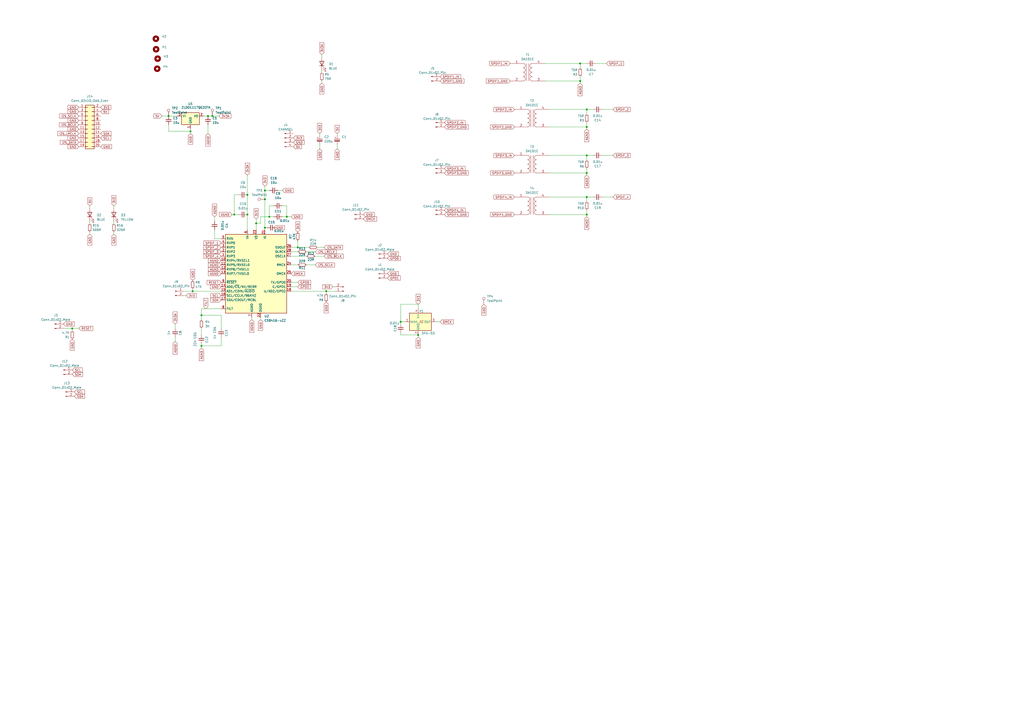
<source format=kicad_sch>
(kicad_sch (version 20231120) (generator "eeschema") (generator_version "8.0")
  (paper "A2")
  (lib_symbols
    (symbol "Audio:CS8416-xZZ"
      (property "Reference" "U" (at 12.7 26.67 0))
      (property "Value" "CS8416-xZZ" (at 12.7 24.13 0))
      (symbol "CS8416-xZZ_1_1"
        (pin input line (at -20.32 10.16 0) (length 2.54) (name "RXP3") (number "1"))
        (pin input line (at -20.32 7.62 0) (length 2.54) (name "RXP4/RXSEL1") (number "10"))
        (pin input line (at -20.32 5.08 0) (length 2.54) (name "RXP5/RXSEL0") (number "11"))
        (pin input line (at -20.32 2.54 0) (length 2.54) (name "RXP6/TXSEL1") (number "12"))
        (pin input line (at -20.32 0 0) (length 2.54) (name "RXP7/TXSEL0") (number "13"))
        (pin input line (at -20.32 -7.62 0) (length 2.54) (name "AD0/~{CS}/NV/RERR") (number "14"))
        (pin input line (at -20.32 -10.16 0) (length 2.54) (name "AD1/CDIN/~{AUDIO}") (number "15"))
        (pin input line (at -20.32 -12.7 0) (length 2.54) (name "SCL/CCLK/96KHZ") (number "16"))
        (pin bidirectional line (at -20.32 -15.24 0) (length 2.54) (name "SDA/CDOUT/RCBL") (number "17"))
        (pin output line (at 20.32 -10.16 180) (length 2.54) (name "U/AD2/GPO2") (number "18"))
        (pin output line (at 20.32 -7.62 180) (length 2.54) (name "C/GPO1") (number "19"))
        (pin input line (at -20.32 12.7 0) (length 2.54) (name "RXP2") (number "2"))
        (pin output line (at 20.32 -5.08 180) (length 2.54) (name "TX/GPO0") (number "20"))
        (pin power_in line (at 5.08 25.4 270) (length 2.54) (name "VL") (number "21"))
        (pin power_in line (at 2.54 -25.4 90) (length 2.54) (name "DGND") (number "22"))
        (pin power_in line (at 0 25.4 270) (length 2.54) (name "VD") (number "23"))
        (pin output line (at 20.32 5.08 180) (length 2.54) (name "RMCK") (number "24"))
        (pin input line (at 20.32 0 180) (length 2.54) (name "OMCK") (number "25"))
        (pin output line (at 20.32 15.24 180) (length 2.54) (name "SDOUT") (number "26"))
        (pin bidirectional line (at 20.32 10.16 180) (length 2.54) (name "OSCLK") (number "27"))
        (pin bidirectional line (at 20.32 12.7 180) (length 2.54) (name "OLRCK") (number "28"))
        (pin input line (at -20.32 15.24 0) (length 2.54) (name "RXP1") (number "3"))
        (pin input line (at -20.32 17.78 0) (length 2.54) (name "RXP0") (number "4"))
        (pin input line (at -20.32 20.32 0) (length 2.54) (name "RXN") (number "5"))
        (pin power_in line (at -5.08 25.4 270) (length 2.54) (name "VA") (number "6"))
        (pin power_in line (at -2.54 -25.4 90) (length 2.54) (name "AGND") (number "7"))
        (pin passive line (at -20.32 -20.32 0) (length 2.54) (name "FILT") (number "8"))
        (pin input line (at -20.32 -5.08 0) (length 2.54) (name "~{RESET}") (number "9"))
      )
    )
    (symbol "Connector:Conn_01x02_Pin" (pin_names (offset 1.016) hide)
      (property "Reference" "J" (at 0 2.54 0))
      (property "Value" "Conn_01x02_Pin" (at 0 -5.08 0))
      (symbol "Conn_01x02_Pin_1_1"
        (pin passive line (at 5.08 0 180) (length 3.81) (name "Pin_1") (number "1"))
        (pin passive line (at 5.08 -2.54 180) (length 3.81) (name "Pin_2") (number "2"))
      )
    )
    (symbol "Connector:Conn_01x04_Pin" (pin_names (offset 1.016) hide)
      (property "Reference" "J" (at 0 5.08 0))
      (property "Value" "Conn_01x04_Pin" (at 0 -7.62 0))
      (symbol "Conn_01x04_Pin_1_1"
        (pin passive line (at 5.08 2.54 180) (length 3.81) (name "Pin_1") (number "1"))
        (pin passive line (at 5.08 0 180) (length 3.81) (name "Pin_2") (number "2"))
        (pin passive line (at 5.08 -2.54 180) (length 3.81) (name "Pin_3") (number "3"))
        (pin passive line (at 5.08 -5.08 180) (length 3.81) (name "Pin_4") (number "4"))
      )
    )
    (symbol "Connector:TestPoint" (pin_numbers hide) (pin_names (offset 0.762) hide)
      (property "Reference" "TP" (at 0 6.858 0))
      (property "Value" "TestPoint" (at 0 5.08 0))
      (symbol "TestPoint_1_1"
        (pin passive line (at 0 0 90) (length 2.54) (name "1") (number "1"))
      )
    )
    (symbol "Connector_Generic:Conn_02x10_Odd_Even" (pin_names (offset 1.016) hide)
      (property "Reference" "J" (at 1.27 12.7 0))
      (property "Value" "Conn_02x10_Odd_Even" (at 1.27 -15.24 0))
      (symbol "Conn_02x10_Odd_Even_1_1"
        (pin passive line (at -5.08 10.16 0) (length 3.81) (name "Pin_1") (number "1"))
        (pin passive line (at 7.62 0 180) (length 3.81) (name "Pin_10") (number "10"))
        (pin passive line (at -5.08 -2.54 0) (length 3.81) (name "Pin_11") (number "11"))
        (pin passive line (at 7.62 -2.54 180) (length 3.81) (name "Pin_12") (number "12"))
        (pin passive line (at -5.08 -5.08 0) (length 3.81) (name "Pin_13") (number "13"))
        (pin passive line (at 7.62 -5.08 180) (length 3.81) (name "Pin_14") (number "14"))
        (pin passive line (at -5.08 -7.62 0) (length 3.81) (name "Pin_15") (number "15"))
        (pin passive line (at 7.62 -7.62 180) (length 3.81) (name "Pin_16") (number "16"))
        (pin passive line (at -5.08 -10.16 0) (length 3.81) (name "Pin_17") (number "17"))
        (pin passive line (at 7.62 -10.16 180) (length 3.81) (name "Pin_18") (number "18"))
        (pin passive line (at -5.08 -12.7 0) (length 3.81) (name "Pin_19") (number "19"))
        (pin passive line (at 7.62 10.16 180) (length 3.81) (name "Pin_2") (number "2"))
        (pin passive line (at 7.62 -12.7 180) (length 3.81) (name "Pin_20") (number "20"))
        (pin passive line (at -5.08 7.62 0) (length 3.81) (name "Pin_3") (number "3"))
        (pin passive line (at 7.62 7.62 180) (length 3.81) (name "Pin_4") (number "4"))
        (pin passive line (at -5.08 5.08 0) (length 3.81) (name "Pin_5") (number "5"))
        (pin passive line (at 7.62 5.08 180) (length 3.81) (name "Pin_6") (number "6"))
        (pin passive line (at -5.08 2.54 0) (length 3.81) (name "Pin_7") (number "7"))
        (pin passive line (at 7.62 2.54 180) (length 3.81) (name "Pin_8") (number "8"))
        (pin passive line (at -5.08 0 0) (length 3.81) (name "Pin_9") (number "9"))
      )
    )
    (symbol "Device:C_Polarized_Small" (pin_numbers hide) (pin_names (offset 0.254) hide)
      (property "Reference" "C" (at 0.254 1.778 0))
      (property "Value" "C_Polarized_Small" (at 0.254 -2.032 0))
      (symbol "C_Polarized_Small_1_1"
        (pin passive line (at 0 2.54 270) (length 1.8542) (name "~") (number "1"))
        (pin passive line (at 0 -2.54 90) (length 1.8542) (name "~") (number "2"))
      )
    )
    (symbol "Device:C_Small" (pin_numbers hide) (pin_names (offset 0.254) hide)
      (property "Reference" "C" (at 0.254 1.778 0))
      (property "Value" "C_Small" (at 0.254 -2.032 0))
      (symbol "C_Small_1_1"
        (pin passive line (at 0 2.54 270) (length 2.032) (name "~") (number "1"))
        (pin passive line (at 0 -2.54 90) (length 2.032) (name "~") (number "2"))
      )
    )
    (symbol "Device:LED" (pin_numbers hide) (pin_names (offset 1.016) hide)
      (property "Reference" "D" (at 0 2.54 0))
      (property "Value" "LED" (at 0 -2.54 0))
      (symbol "LED_1_1"
        (pin passive line (at -3.81 0 0) (length 2.54) (name "K") (number "1"))
        (pin passive line (at 3.81 0 180) (length 2.54) (name "A") (number "2"))
      )
    )
    (symbol "Device:R_Small" (pin_numbers hide) (pin_names (offset 0.254) hide)
      (property "Reference" "R" (at 0.762 0.508 0))
      (property "Value" "R_Small" (at 0.762 -1.016 0))
      (symbol "R_Small_1_1"
        (pin passive line (at 0 2.54 270) (length 0.762) (name "~") (number "1"))
        (pin passive line (at 0 -2.54 90) (length 0.762) (name "~") (number "2"))
      )
    )
    (symbol "Device:Transformer_1P_1S" (pin_names (offset 1.016) hide)
      (property "Reference" "T" (at 0 6.35 0))
      (property "Value" "Transformer_1P_1S" (at 0 -7.62 0))
      (symbol "Transformer_1P_1S_1_1"
        (pin passive line (at -10.16 5.08 0) (length 7.62) (name "AA") (number "1"))
        (pin passive line (at -10.16 -5.08 0) (length 7.62) (name "AB") (number "2"))
        (pin passive line (at 10.16 -5.08 180) (length 7.62) (name "SA") (number "3"))
        (pin passive line (at 10.16 5.08 180) (length 7.62) (name "SB") (number "4"))
      )
    )
    (symbol "Mechanical:MountingHole" (pin_names (offset 1.016)) (exclude_from_sim yes) (in_bom no)
      (property "Reference" "H" (at 0 5.08 0))
      (property "Value" "MountingHole" (at 0 3.175 0))
    )
    (symbol "Oscillator:DFA-S3" (pin_names (offset 0.254))
      (property "Reference" "X" (at -5.08 6.35 0))
      (property "Value" "DFA-S3" (at 1.27 -6.35 0))
      (symbol "DFA-S3_1_1"
        (pin input line (at -7.62 0 0) (length 2.54) (name "Vctrl") (number "1"))
        (pin power_in line (at 0 -7.62 90) (length 2.54) (name "GND") (number "2"))
        (pin output line (at 10.16 0 180) (length 2.54) (name "OUT") (number "3"))
        (pin power_in line (at 0 7.62 270) (length 2.54) (name "V+") (number "4"))
      )
    )
    (symbol "Regulator_Linear:AMS1117-3.3"
      (property "Reference" "U" (at -3.81 3.175 0))
      (property "Value" "AMS1117-3.3" (at 0 3.175 0))
      (symbol "AMS1117-3.3_1_1"
        (pin power_in line (at 0 -7.62 90) (length 2.54) (name "GND") (number "1"))
        (pin power_out line (at 7.62 0 180) (length 2.54) (name "VO") (number "2"))
        (pin power_in line (at -7.62 0 0) (length 2.54) (name "VI") (number "3"))
      )
    )
  )
  (junction (at 340.36 63.5))
  (junction (at 148.59 129.54))
  (junction (at 156.21 125.73))
  (junction (at 166.37 125.73))
  (junction (at 41.91 190.5))
  (junction (at 153.67 115.57))
  (junction (at 123.19 67.31))
  (junction (at 135.89 124.46))
  (junction (at 336.55 36.83))
  (junction (at 120.65 67.31))
  (junction (at 340.36 90.17))
  (junction (at 97.79 67.31))
  (junction (at 340.36 73.66))
  (junction (at 232.41 186.69))
  (junction (at 189.23 168.91))
  (junction (at 110.49 76.2))
  (junction (at 242.57 194.31))
  (junction (at 116.84 200.66))
  (junction (at 116.84 182.88))
  (junction (at 336.55 46.99))
  (junction (at 340.36 114.3))
  (junction (at 111.76 168.91))
  (junction (at 143.51 124.46))
  (junction (at 153.67 132.08))
  (junction (at 340.36 100.33))
  (junction (at 143.51 113.03))
  (junction (at 153.67 110.49))
  (junction (at 340.36 124.46))
  (junction (at 172.72 143.51))
  (wire (pts (xy 182.88 153.67) (xy 177.8 153.67)))
  (wire (pts (xy 111.76 167.64) (xy 111.76 168.91)))
  (wire (pts (xy 340.36 92.71) (xy 340.36 90.17)))
  (wire (pts (xy 143.51 124.46) (xy 143.51 133.35)))
  (wire (pts (xy 340.36 121.92) (xy 340.36 124.46)))
  (wire (pts (xy 52.07 134.62) (xy 52.07 135.89)))
  (wire (pts (xy 111.76 168.91) (xy 128.27 168.91)))
  (wire (pts (xy 66.04 120.65) (xy 66.04 119.38)))
  (wire (pts (xy 340.36 124.46) (xy 340.36 125.73)))
  (wire (pts (xy 232.41 186.69) (xy 234.95 186.69)))
  (wire (pts (xy 151.13 125.73) (xy 151.13 129.54)))
  (wire (pts (xy 340.36 97.79) (xy 340.36 100.33)))
  (wire (pts (xy 336.55 39.37) (xy 336.55 36.83)))
  (wire (pts (xy 318.77 100.33) (xy 340.36 100.33)))
  (wire (pts (xy 153.67 110.49) (xy 153.67 115.57)))
  (wire (pts (xy 116.84 182.88) (xy 116.84 185.42)))
  (wire (pts (xy 185.42 77.47) (xy 185.42 78.74)))
  (wire (pts (xy 351.79 36.83) (xy 345.44 36.83)))
  (wire (pts (xy 93.98 67.31) (xy 97.79 67.31)))
  (wire (pts (xy 148.59 127) (xy 148.59 129.54)))
  (wire (pts (xy 120.65 72.39) (xy 120.65 77.47)))
  (wire (pts (xy 344.17 63.5) (xy 340.36 63.5)))
  (wire (pts (xy 316.23 46.99) (xy 336.55 46.99)))
  (wire (pts (xy 143.51 113.03) (xy 143.51 124.46)))
  (wire (pts (xy 344.17 114.3) (xy 340.36 114.3)))
  (wire (pts (xy 124.46 138.43) (xy 128.27 138.43)))
  (wire (pts (xy 124.46 128.27) (xy 124.46 125.73)))
  (wire (pts (xy 172.72 153.67) (xy 168.91 153.67)))
  (wire (pts (xy 128.27 200.66) (xy 116.84 200.66)))
  (wire (pts (xy 138.43 113.03) (xy 135.89 113.03)))
  (wire (pts (xy 146.05 184.15) (xy 146.05 185.42)))
  (wire (pts (xy 135.89 124.46) (xy 138.43 124.46)))
  (wire (pts (xy 340.36 66.04) (xy 340.36 63.5)))
  (wire (pts (xy 242.57 176.53) (xy 242.57 179.07)))
  (wire (pts (xy 134.62 124.46) (xy 135.89 124.46)))
  (wire (pts (xy 340.36 36.83) (xy 336.55 36.83)))
  (wire (pts (xy 97.79 72.39) (xy 97.79 76.2)))
  (wire (pts (xy 158.75 119.38) (xy 156.21 119.38)))
  (wire (pts (xy 242.57 195.58) (xy 242.57 194.31)))
  (wire (pts (xy 163.83 119.38) (xy 166.37 119.38)))
  (wire (pts (xy 128.27 182.88) (xy 116.84 182.88)))
  (wire (pts (xy 355.6 114.3) (xy 349.25 114.3)))
  (wire (pts (xy 107.95 171.45) (xy 106.68 171.45)))
  (wire (pts (xy 166.37 119.38) (xy 166.37 125.73)))
  (wire (pts (xy 232.41 187.96) (xy 232.41 186.69)))
  (wire (pts (xy 120.65 67.31) (xy 123.19 67.31)))
  (wire (pts (xy 355.6 90.17) (xy 349.25 90.17)))
  (wire (pts (xy 195.58 86.36) (xy 195.58 83.82)))
  (wire (pts (xy 116.84 179.07) (xy 116.84 182.88)))
  (wire (pts (xy 168.91 168.91) (xy 189.23 168.91)))
  (wire (pts (xy 232.41 176.53) (xy 242.57 176.53)))
  (wire (pts (xy 101.6 190.5) (xy 101.6 187.96)))
  (wire (pts (xy 316.23 36.83) (xy 336.55 36.83)))
  (wire (pts (xy 355.6 63.5) (xy 349.25 63.5)))
  (wire (pts (xy 97.79 76.2) (xy 110.49 76.2)))
  (wire (pts (xy 232.41 194.31) (xy 242.57 194.31)))
  (wire (pts (xy 172.72 139.7) (xy 172.72 143.51)))
  (wire (pts (xy 128.27 190.5) (xy 128.27 182.88)))
  (wire (pts (xy 189.23 170.18) (xy 189.23 168.91)))
  (wire (pts (xy 182.88 146.05) (xy 177.8 146.05)))
  (wire (pts (xy 166.37 125.73) (xy 163.83 125.73)))
  (wire (pts (xy 66.04 134.62) (xy 66.04 135.89)))
  (wire (pts (xy 135.89 113.03) (xy 135.89 124.46)))
  (wire (pts (xy 172.72 146.05) (xy 168.91 146.05)))
  (wire (pts (xy 344.17 90.17) (xy 340.36 90.17)))
  (wire (pts (xy 158.75 125.73) (xy 156.21 125.73)))
  (wire (pts (xy 232.41 193.04) (xy 232.41 194.31)))
  (wire (pts (xy 153.67 110.49) (xy 156.21 110.49)))
  (wire (pts (xy 97.79 67.31) (xy 102.87 67.31)))
  (wire (pts (xy 116.84 194.31) (xy 116.84 190.5)))
  (wire (pts (xy 45.72 190.5) (xy 41.91 190.5)))
  (wire (pts (xy 101.6 198.12) (xy 101.6 195.58)))
  (wire (pts (xy 336.55 46.99) (xy 336.55 48.26)))
  (wire (pts (xy 153.67 115.57) (xy 153.67 132.08)))
  (wire (pts (xy 186.69 46.99) (xy 186.69 48.26)))
  (wire (pts (xy 187.96 148.59) (xy 182.88 148.59)))
  (wire (pts (xy 186.69 33.02) (xy 186.69 31.75)))
  (wire (pts (xy 172.72 143.51) (xy 168.91 143.51)))
  (wire (pts (xy 186.69 41.91) (xy 186.69 40.64)))
  (wire (pts (xy 52.07 120.65) (xy 52.07 119.38)))
  (wire (pts (xy 340.36 73.66) (xy 340.36 74.93)))
  (wire (pts (xy 172.72 166.37) (xy 168.91 166.37)))
  (wire (pts (xy 318.77 124.46) (xy 340.36 124.46)))
  (wire (pts (xy 252.73 186.69) (xy 255.27 186.69)))
  (wire (pts (xy 116.84 201.93) (xy 116.84 200.66)))
  (wire (pts (xy 194.31 168.91) (xy 189.23 168.91)))
  (wire (pts (xy 193.04 166.37) (xy 194.31 166.37)))
  (wire (pts (xy 187.96 143.51) (xy 184.15 143.51)))
  (wire (pts (xy 124.46 133.35) (xy 124.46 138.43)))
  (wire (pts (xy 106.68 168.91) (xy 111.76 168.91)))
  (wire (pts (xy 41.91 191.77) (xy 41.91 190.5)))
  (wire (pts (xy 110.49 76.2) (xy 110.49 74.93)))
  (wire (pts (xy 128.27 195.58) (xy 128.27 200.66)))
  (wire (pts (xy 128.27 179.07) (xy 116.84 179.07)))
  (wire (pts (xy 340.36 71.12) (xy 340.36 73.66)))
  (wire (pts (xy 154.94 132.08) (xy 153.67 132.08)))
  (wire (pts (xy 116.84 200.66) (xy 116.84 199.39)))
  (wire (pts (xy 160.02 132.08) (xy 158.75 132.08)))
  (wire (pts (xy 148.59 129.54) (xy 148.59 133.35)))
  (wire (pts (xy 318.77 114.3) (xy 340.36 114.3)))
  (wire (pts (xy 156.21 125.73) (xy 151.13 125.73)))
  (wire (pts (xy 185.42 86.36) (xy 185.42 83.82)))
  (wire (pts (xy 127 67.31) (xy 123.19 67.31)))
  (wire (pts (xy 156.21 119.38) (xy 156.21 125.73)))
  (wire (pts (xy 340.36 100.33) (xy 340.36 101.6)))
  (wire (pts (xy 318.77 90.17) (xy 340.36 90.17)))
  (wire (pts (xy 66.04 129.54) (xy 66.04 128.27)))
  (wire (pts (xy 340.36 116.84) (xy 340.36 114.3)))
  (wire (pts (xy 163.83 110.49) (xy 161.29 110.49)))
  (wire (pts (xy 172.72 163.83) (xy 168.91 163.83)))
  (wire (pts (xy 232.41 176.53) (xy 232.41 186.69)))
  (wire (pts (xy 318.77 73.66) (xy 340.36 73.66)))
  (wire (pts (xy 151.13 185.42) (xy 151.13 184.15)))
  (wire (pts (xy 120.65 67.31) (xy 118.11 67.31)))
  (wire (pts (xy 318.77 63.5) (xy 340.36 63.5)))
  (wire (pts (xy 168.91 125.73) (xy 166.37 125.73)))
  (wire (pts (xy 177.8 148.59) (xy 168.91 148.59)))
  (wire (pts (xy 153.67 107.95) (xy 153.67 110.49)))
  (wire (pts (xy 110.49 77.47) (xy 110.49 76.2)))
  (wire (pts (xy 336.55 44.45) (xy 336.55 46.99)))
  (wire (pts (xy 41.91 190.5) (xy 36.83 190.5)))
  (wire (pts (xy 195.58 77.47) (xy 195.58 78.74)))
  (wire (pts (xy 143.51 101.6) (xy 143.51 113.03)))
  (wire (pts (xy 52.07 129.54) (xy 52.07 128.27)))
  (wire (pts (xy 179.07 143.51) (xy 172.72 143.51)))
  (wire (pts (xy 153.67 132.08) (xy 153.67 133.35)))
  (wire (pts (xy 151.13 129.54) (xy 148.59 129.54)))
  (global_label "GND" (shape input) (at 186.69 48.26 270) (property "Intersheetrefs" "${INTERSHEET_REFS}" (effects (hide yes))))
  (global_label "OMCK" (shape input) (at 210.82 127 0) (property "Intersheetrefs" "${INTERSHEET_REFS}" (effects (hide yes))))
  (global_label "GND" (shape input) (at 195.58 86.36 270) (property "Intersheetrefs" "${INTERSHEET_REFS}" (effects (hide yes))))
  (global_label "SPDIF_2" (shape input) (at 128.27 143.51 180) (property "Intersheetrefs" "${INTERSHEET_REFS}" (effects (hide yes))))
  (global_label "GND" (shape input) (at 163.83 110.49 0) (property "Intersheetrefs" "${INTERSHEET_REFS}" (effects (hide yes))))
  (global_label "GND" (shape input) (at 111.76 162.56 90) (property "Intersheetrefs" "${INTERSHEET_REFS}" (effects (hide yes))))
  (global_label "SDA" (shape input) (at 41.91 217.17 0) (property "Intersheetrefs" "${INTERSHEET_REFS}" (effects (hide yes))))
  (global_label "GND" (shape input) (at 41.91 196.85 270) (property "Intersheetrefs" "${INTERSHEET_REFS}" (effects (hide yes))))
  (global_label "GND" (shape input) (at 185.42 86.36 270) (property "Intersheetrefs" "${INTERSHEET_REFS}" (effects (hide yes))))
  (global_label "AGND" (shape input) (at 128.27 156.21 180) (property "Intersheetrefs" "${INTERSHEET_REFS}" (effects (hide yes))))
  (global_label "I2S_DATA" (shape input) (at 187.96 143.51 0) (property "Intersheetrefs" "${INTERSHEET_REFS}" (effects (hide yes))))
  (global_label "FILT" (shape input) (at 119.38 179.07 90) (property "Intersheetrefs" "${INTERSHEET_REFS}" (effects (hide yes))))
  (global_label "SPDIF2_IN" (shape input) (at 298.45 63.5 180) (property "Intersheetrefs" "${INTERSHEET_REFS}" (effects (hide yes))))
  (global_label "SPDIF1_IN" (shape input) (at 255.27 44.45 0) (property "Intersheetrefs" "${INTERSHEET_REFS}" (effects (hide yes))))
  (global_label "AGND" (shape input) (at 340.36 101.6 270) (property "Intersheetrefs" "${INTERSHEET_REFS}" (effects (hide yes))))
  (global_label "GND" (shape input) (at 170.18 82.55 0) (property "Intersheetrefs" "${INTERSHEET_REFS}" (effects (hide yes))))
  (global_label "RESET" (shape input) (at 128.27 163.83 180) (property "Intersheetrefs" "${INTERSHEET_REFS}" (effects (hide yes))))
  (global_label "GND" (shape input) (at 45.72 74.93 180) (property "Intersheetrefs" "${INTERSHEET_REFS}" (effects (hide yes))))
  (global_label "GND" (shape input) (at 45.72 64.77 180) (property "Intersheetrefs" "${INTERSHEET_REFS}" (effects (hide yes))))
  (global_label "GND" (shape input) (at 224.79 147.32 0) (property "Intersheetrefs" "${INTERSHEET_REFS}" (effects (hide yes))))
  (global_label "GND" (shape input) (at 45.72 69.85 180) (property "Intersheetrefs" "${INTERSHEET_REFS}" (effects (hide yes))))
  (global_label "GND" (shape input) (at 110.49 77.47 270) (property "Intersheetrefs" "${INTERSHEET_REFS}" (effects (hide yes))))
  (global_label "SPDIF_1" (shape input) (at 351.79 36.83 0) (property "Intersheetrefs" "${INTERSHEET_REFS}" (effects (hide yes))))
  (global_label "SPDIF3_IN" (shape input) (at 257.81 97.79 0) (property "Intersheetrefs" "${INTERSHEET_REFS}" (effects (hide yes))))
  (global_label "3V3" (shape input) (at 58.42 62.23 0) (property "Intersheetrefs" "${INTERSHEET_REFS}" (effects (hide yes))))
  (global_label "5V" (shape input) (at 195.58 77.47 90) (property "Intersheetrefs" "${INTERSHEET_REFS}" (effects (hide yes))))
  (global_label "AGND" (shape input) (at 120.65 77.47 270) (property "Intersheetrefs" "${INTERSHEET_REFS}" (effects (hide yes))))
  (global_label "I2S_BCLK" (shape input) (at 187.96 148.59 0) (property "Intersheetrefs" "${INTERSHEET_REFS}" (effects (hide yes))))
  (global_label "SPDIF3_GND" (shape input) (at 298.45 100.33 180) (property "Intersheetrefs" "${INTERSHEET_REFS}" (effects (hide yes))))
  (global_label "AGND" (shape input) (at 336.55 48.26 270) (property "Intersheetrefs" "${INTERSHEET_REFS}" (effects (hide yes))))
  (global_label "AGND" (shape input) (at 340.36 125.73 270) (property "Intersheetrefs" "${INTERSHEET_REFS}" (effects (hide yes))))
  (global_label "SPDIF1_GND" (shape input) (at 255.27 46.99 0) (property "Intersheetrefs" "${INTERSHEET_REFS}" (effects (hide yes))))
  (global_label "I2S_DATA" (shape input) (at 45.72 82.55 180) (property "Intersheetrefs" "${INTERSHEET_REFS}" (effects (hide yes))))
  (global_label "SPDIF_3" (shape input) (at 355.6 90.17 0) (property "Intersheetrefs" "${INTERSHEET_REFS}" (effects (hide yes))))
  (global_label "SPDIF1_GND" (shape input) (at 295.91 46.99 180) (property "Intersheetrefs" "${INTERSHEET_REFS}" (effects (hide yes))))
  (global_label "GND" (shape input) (at 280.67 176.53 270) (property "Intersheetrefs" "${INTERSHEET_REFS}" (effects (hide yes))))
  (global_label "SDA" (shape input) (at 43.18 229.87 0) (property "Intersheetrefs" "${INTERSHEET_REFS}" (effects (hide yes))))
  (global_label "SCL" (shape input) (at 58.42 80.01 0) (property "Intersheetrefs" "${INTERSHEET_REFS}" (effects (hide yes))))
  (global_label "SCL" (shape input) (at 128.27 171.45 180) (property "Intersheetrefs" "${INTERSHEET_REFS}" (effects (hide yes))))
  (global_label "SDA" (shape input) (at 58.42 77.47 0) (property "Intersheetrefs" "${INTERSHEET_REFS}" (effects (hide yes))))
  (global_label "GND" (shape input) (at 45.72 80.01 180) (property "Intersheetrefs" "${INTERSHEET_REFS}" (effects (hide yes))))
  (global_label "3V3" (shape input) (at 242.57 176.53 90) (property "Intersheetrefs" "${INTERSHEET_REFS}" (effects (hide yes))))
  (global_label "GND" (shape input) (at 52.07 135.89 270) (property "Intersheetrefs" "${INTERSHEET_REFS}" (effects (hide yes))))
  (global_label "AGND" (shape input) (at 101.6 198.12 270) (property "Intersheetrefs" "${INTERSHEET_REFS}" (effects (hide yes))))
  (global_label "SDA" (shape input) (at 128.27 173.99 180) (property "Intersheetrefs" "${INTERSHEET_REFS}" (effects (hide yes))))
  (global_label "I2S_SCLK" (shape input) (at 182.88 153.67 0) (property "Intersheetrefs" "${INTERSHEET_REFS}" (effects (hide yes))))
  (global_label "SPDIF2_IN" (shape input) (at 257.81 71.12 0) (property "Intersheetrefs" "${INTERSHEET_REFS}" (effects (hide yes))))
  (global_label "GND" (shape input) (at 189.23 175.26 270) (property "Intersheetrefs" "${INTERSHEET_REFS}" (effects (hide yes))))
  (global_label "GPO0" (shape input) (at 172.72 163.83 0) (property "Intersheetrefs" "${INTERSHEET_REFS}" (effects (hide yes))))
  (global_label "OMCK" (shape input) (at 255.27 186.69 0) (property "Intersheetrefs" "${INTERSHEET_REFS}" (effects (hide yes))))
  (global_label "3V3" (shape input) (at 172.72 134.62 90) (property "Intersheetrefs" "${INTERSHEET_REFS}" (effects (hide yes))))
  (global_label "SPDIF4_IN" (shape input) (at 298.45 114.3 180) (property "Intersheetrefs" "${INTERSHEET_REFS}" (effects (hide yes))))
  (global_label "AGND" (shape input) (at 340.36 74.93 270) (property "Intersheetrefs" "${INTERSHEET_REFS}" (effects (hide yes))))
  (global_label "SPDIF3_GND" (shape input) (at 257.81 100.33 0) (property "Intersheetrefs" "${INTERSHEET_REFS}" (effects (hide yes))))
  (global_label "GPO0" (shape input) (at 224.79 149.86 0) (property "Intersheetrefs" "${INTERSHEET_REFS}" (effects (hide yes))))
  (global_label "3V3A" (shape input) (at 127 67.31 0) (property "Intersheetrefs" "${INTERSHEET_REFS}" (effects (hide yes))))
  (global_label "3V3" (shape input) (at 148.59 127 90) (property "Intersheetrefs" "${INTERSHEET_REFS}" (effects (hide yes))))
  (global_label "GND" (shape input) (at 66.04 135.89 270) (property "Intersheetrefs" "${INTERSHEET_REFS}" (effects (hide yes))))
  (global_label "I2S_LRCLK" (shape input) (at 45.72 77.47 180) (property "Intersheetrefs" "${INTERSHEET_REFS}" (effects (hide yes))))
  (global_label "GND" (shape input) (at 224.79 158.75 0) (property "Intersheetrefs" "${INTERSHEET_REFS}" (effects (hide yes))))
  (global_label "3V3" (shape input) (at 170.18 80.01 0) (property "Intersheetrefs" "${INTERSHEET_REFS}" (effects (hide yes))))
  (global_label "SPDIF_1" (shape input) (at 128.27 140.97 180) (property "Intersheetrefs" "${INTERSHEET_REFS}" (effects (hide yes))))
  (global_label "GPO1" (shape input) (at 172.72 166.37 0) (property "Intersheetrefs" "${INTERSHEET_REFS}" (effects (hide yes))))
  (global_label "3V3A" (shape input) (at 186.69 31.75 90) (property "Intersheetrefs" "${INTERSHEET_REFS}" (effects (hide yes))))
  (global_label "AGND" (shape input) (at 128.27 153.67 180) (property "Intersheetrefs" "${INTERSHEET_REFS}" (effects (hide yes))))
  (global_label "SPDIF_3" (shape input) (at 128.27 146.05 180) (property "Intersheetrefs" "${INTERSHEET_REFS}" (effects (hide yes))))
  (global_label "SPDIF2_GND" (shape input) (at 298.45 73.66 180) (property "Intersheetrefs" "${INTERSHEET_REFS}" (effects (hide yes))))
  (global_label "3V3" (shape input) (at 153.67 107.95 90) (property "Intersheetrefs" "${INTERSHEET_REFS}" (effects (hide yes))))
  (global_label "I2S_BCLK" (shape input) (at 45.72 72.39 180) (property "Intersheetrefs" "${INTERSHEET_REFS}" (effects (hide yes))))
  (global_label "SPDIF2_GND" (shape input) (at 257.81 73.66 0) (property "Intersheetrefs" "${INTERSHEET_REFS}" (effects (hide yes))))
  (global_label "SPDIF_4" (shape input) (at 128.27 148.59 180) (property "Intersheetrefs" "${INTERSHEET_REFS}" (effects (hide yes))))
  (global_label "3V3A" (shape input) (at 101.6 187.96 90) (property "Intersheetrefs" "${INTERSHEET_REFS}" (effects (hide yes))))
  (global_label "SPDIF4_GND" (shape input) (at 257.81 124.46 0) (property "Intersheetrefs" "${INTERSHEET_REFS}" (effects (hide yes))))
  (global_label "AGND" (shape input) (at 128.27 151.13 180) (property "Intersheetrefs" "${INTERSHEET_REFS}" (effects (hide yes))))
  (global_label "GND" (shape input) (at 36.83 187.96 0) (property "Intersheetrefs" "${INTERSHEET_REFS}" (effects (hide yes))))
  (global_label "AGND" (shape input) (at 146.05 185.42 270) (property "Intersheetrefs" "${INTERSHEET_REFS}" (effects (hide yes))))
  (global_label "I2S_LRCLK" (shape input) (at 182.88 146.05 0) (property "Intersheetrefs" "${INTERSHEET_REFS}" (effects (hide yes))))
  (global_label "AGND" (shape input) (at 124.46 125.73 90) (property "Intersheetrefs" "${INTERSHEET_REFS}" (effects (hide yes))))
  (global_label "5V" (shape input) (at 58.42 64.77 0) (property "Intersheetrefs" "${INTERSHEET_REFS}" (effects (hide yes))))
  (global_label "3V3" (shape input) (at 66.04 119.38 90) (property "Intersheetrefs" "${INTERSHEET_REFS}" (effects (hide yes))))
  (global_label "AGND" (shape input) (at 116.84 201.93 270) (property "Intersheetrefs" "${INTERSHEET_REFS}" (effects (hide yes))))
  (global_label "RESET" (shape input) (at 45.72 190.5 0) (property "Intersheetrefs" "${INTERSHEET_REFS}" (effects (hide yes))))
  (global_label "GND" (shape input) (at 168.91 125.73 0) (property "Intersheetrefs" "${INTERSHEET_REFS}" (effects (hide yes))))
  (global_label "SPDIF_2" (shape input) (at 355.6 63.5 0) (property "Intersheetrefs" "${INTERSHEET_REFS}" (effects (hide yes))))
  (global_label "I2S_SCLK" (shape input) (at 45.72 67.31 180) (property "Intersheetrefs" "${INTERSHEET_REFS}" (effects (hide yes))))
  (global_label "OMCK" (shape input) (at 168.91 158.75 0) (property "Intersheetrefs" "${INTERSHEET_REFS}" (effects (hide yes))))
  (global_label "GND" (shape input) (at 128.27 166.37 180) (property "Intersheetrefs" "${INTERSHEET_REFS}" (effects (hide yes))))
  (global_label "GPO1" (shape input) (at 224.79 161.29 0) (property "Intersheetrefs" "${INTERSHEET_REFS}" (effects (hide yes))))
  (global_label "GND" (shape input) (at 151.13 185.42 270) (property "Intersheetrefs" "${INTERSHEET_REFS}" (effects (hide yes))))
  (global_label "SPDIF4_GND" (shape input) (at 298.45 124.46 180) (property "Intersheetrefs" "${INTERSHEET_REFS}" (effects (hide yes))))
  (global_label "AGND" (shape input) (at 128.27 158.75 180) (property "Intersheetrefs" "${INTERSHEET_REFS}" (effects (hide yes))))
  (global_label "GND" (shape input) (at 242.57 195.58 270) (property "Intersheetrefs" "${INTERSHEET_REFS}" (effects (hide yes))))
  (global_label "GND" (shape input) (at 45.72 85.09 180) (property "Intersheetrefs" "${INTERSHEET_REFS}" (effects (hide yes))))
  (global_label "3V3" (shape input) (at 185.42 77.47 90) (property "Intersheetrefs" "${INTERSHEET_REFS}" (effects (hide yes))))
  (global_label "SCL" (shape input) (at 43.18 227.33 0) (property "Intersheetrefs" "${INTERSHEET_REFS}" (effects (hide yes))))
  (global_label "SPDIF_4" (shape input) (at 355.6 114.3 0) (property "Intersheetrefs" "${INTERSHEET_REFS}" (effects (hide yes))))
  (global_label "SPDIF3_IN" (shape input) (at 298.45 90.17 180) (property "Intersheetrefs" "${INTERSHEET_REFS}" (effects (hide yes))))
  (global_label "GND" (shape input) (at 210.82 124.46 0) (property "Intersheetrefs" "${INTERSHEET_REFS}" (effects (hide yes))))
  (global_label "GND" (shape input) (at 58.42 85.09 0) (property "Intersheetrefs" "${INTERSHEET_REFS}" (effects (hide yes))))
  (global_label "GND" (shape input) (at 158.75 132.08 0) (property "Intersheetrefs" "${INTERSHEET_REFS}" (effects (hide yes))))
  (global_label "SPDIF1_IN" (shape input) (at 295.91 36.83 180) (property "Intersheetrefs" "${INTERSHEET_REFS}" (effects (hide yes))))
  (global_label "3V3A" (shape input) (at 143.51 101.6 90) (property "Intersheetrefs" "${INTERSHEET_REFS}" (effects (hide yes))))
  (global_label "5V" (shape input) (at 52.07 119.38 90) (property "Intersheetrefs" "${INTERSHEET_REFS}" (effects (hide yes))))
  (global_label "3V3" (shape input) (at 193.04 166.37 180) (property "Intersheetrefs" "${INTERSHEET_REFS}" (effects (hide yes))))
  (global_label "AGND" (shape input) (at 134.62 124.46 180) (property "Intersheetrefs" "${INTERSHEET_REFS}" (effects (hide yes))))
  (global_label "5V" (shape input) (at 93.98 67.31 180) (property "Intersheetrefs" "${INTERSHEET_REFS}" (effects (hide yes))))
  (global_label "5V" (shape input) (at 170.18 85.09 0) (property "Intersheetrefs" "${INTERSHEET_REFS}" (effects (hide yes))))
  (global_label "3V3" (shape input) (at 107.95 171.45 0) (property "Intersheetrefs" "${INTERSHEET_REFS}" (effects (hide yes))))
  (global_label "SPDIF4_IN" (shape input) (at 257.81 121.92 0) (property "Intersheetrefs" "${INTERSHEET_REFS}" (effects (hide yes))))
  (global_label "GND" (shape input) (at 45.72 62.23 180) (property "Intersheetrefs" "${INTERSHEET_REFS}" (effects (hide yes))))
  (global_label "SCL" (shape input) (at 41.91 214.63 0) (property "Intersheetrefs" "${INTERSHEET_REFS}" (effects (hide yes))))
  (symbol (lib_id "Connector:Conn_01x02_Pin") (at 219.71 147.32 0) (unit 1)
    (property "Reference" "J2" (at 220.345 142.24 0))
    (property "Value" "Conn_01x02_Male" (at 220.345 144.78 0))
    (property "Footprint" "Connector_JST:JST_PH_B2B-PH-K_1x02_P2.00mm_Vertical" (effects (hide yes)))
    (property "Description" "Generic connector, single row, 01x02, script generated" (effects (hide yes)))
  )
  (symbol (lib_id "Device:R_Small") (at 186.69 44.45 180) (unit 1)
    (property "Reference" "R5" (at 188.214 43.18 0) (effects (justify right)))
    (property "Value" "75R" (at 188.214 45.72 0) (effects (justify right)))
    (property "Footprint" "Resistor_SMD:R_0603_1608Metric_Pad0.98x0.95mm_HandSolder" (effects (hide yes)))
    (property "Description" "Resistor, small symbol" (effects (hide yes)))
  )
  (symbol (lib_id "Device:C_Small") (at 157.48 132.08 270) (unit 1)
    (property "Reference" "C15" (at 157.48 128.905 90))
    (property "Value" "0.01u" (at 161.798 133.985 90))
    (property "Footprint" "Capacitor_SMD:C_0805_2012Metric" (effects (hide yes)))
    (property "Description" "Unpolarized capacitor, small symbol" (effects (hide yes)))
  )
  (symbol (lib_id "Connector:Conn_01x02_Pin") (at 31.75 187.96 0) (unit 1)
    (property "Reference" "J3" (at 32.385 182.88 0))
    (property "Value" "Conn_01x02_Male" (at 32.385 185.42 0))
    (property "Footprint" "Connector_JST:JST_PH_B2B-PH-K_1x02_P2.00mm_Vertical" (effects (hide yes)))
    (property "Description" "Generic connector, single row, 01x02, script generated" (effects (hide yes)))
  )
  (symbol (lib_id "Connector_Generic:Conn_02x10_Odd_Even") (at 50.8 72.39 0) (unit 1)
    (property "Reference" "J14" (at 52.07 55.88 0))
    (property "Value" "Conn_02x10_Odd_Even" (at 52.07 58.42 0))
    (property "Footprint" "Connector_PinHeader_2.54mm:PinHeader_2x10_P2.54mm_Vertical" (effects (hide yes)))
    (property "Description" "Generic connector, double row, 02x10, odd/even pin numbering scheme (row 1 odd numbers, row 2 even numbers), script generated (kicad-library-utils/schlib/autogen/connector/)" (effects (hide yes)))
  )
  (symbol (lib_id "Device:C_Small") (at 128.27 193.04 180) (unit 1)
    (property "Reference" "C13" (at 131.318 193.167 90))
    (property "Value" "1n C0G" (at 124.587 193.0337 90))
    (property "Footprint" "Capacitor_SMD:C_0805_2012Metric_Pad1.18x1.45mm_HandSolder" (effects (hide yes)))
    (property "Description" "Unpolarized capacitor, small symbol" (effects (hide yes)))
  )
  (symbol (lib_id "Connector:Conn_01x02_Pin") (at 205.74 124.46 0) (unit 1)
    (property "Reference" "J11" (at 206.375 118.999 0))
    (property "Value" "Conn_01x02_Pin" (at 206.375 121.539 0))
    (property "Footprint" "Connector_PinHeader_2.54mm:PinHeader_1x02_P2.54mm_Vertical" (effects (hide yes)))
    (property "Description" "Generic connector, single row, 01x02, script generated" (effects (hide yes)))
  )
  (symbol (lib_id "Connector:Conn_01x02_Pin") (at 199.39 168.91 180) (unit 1)
    (property "Reference" "J8" (at 198.755 174.371 0))
    (property "Value" "Conn_01x02_Pin" (at 198.755 171.831 0))
    (property "Footprint" "Connector_PinHeader_2.54mm:PinHeader_1x02_P2.54mm_Vertical" (effects (hide yes)))
    (property "Description" "Generic connector, single row, 01x02, script generated" (effects (hide yes)))
  )
  (symbol (lib_id "Device:C_Small") (at 116.84 196.85 180) (unit 1)
    (property "Reference" "C12" (at 119.888 196.977 90))
    (property "Value" "22n C0G" (at 113.157 196.8437 90))
    (property "Footprint" "Capacitor_SMD:C_0805_2012Metric_Pad1.18x1.45mm_HandSolder" (effects (hide yes)))
    (property "Description" "Unpolarized capacitor, small symbol" (effects (hide yes)))
  )
  (symbol (lib_id "Device:R_Small") (at 41.91 194.31 0) (unit 1)
    (property "Reference" "R1" (at 40.386 195.58 0) (effects (justify right)))
    (property "Value" "4.7K" (at 40.386 193.04 0) (effects (justify right)))
    (property "Footprint" "Resistor_SMD:R_0603_1608Metric_Pad0.98x0.95mm_HandSolder" (effects (hide yes)))
    (property "Description" "Resistor, small symbol" (effects (hide yes)))
  )
  (symbol (lib_id "Device:R_Small") (at 340.36 68.58 0) (unit 1)
    (property "Reference" "R3" (at 338.836 69.85 0) (effects (justify right)))
    (property "Value" "75R" (at 338.836 67.31 0) (effects (justify right)))
    (property "Footprint" "Resistor_SMD:R_0603_1608Metric_Pad0.98x0.95mm_HandSolder" (effects (hide yes)))
    (property "Description" "Resistor, small symbol" (effects (hide yes)))
  )
  (symbol (lib_id "Connector:Conn_01x04_Pin") (at 165.1 80.01 0) (unit 1)
    (property "Reference" "J4" (at 165.735 72.517 0))
    (property "Value" "CHANSEL" (at 165.735 75.057 0))
    (property "Footprint" "Connector_JST:JST_XH_B4B-XH-A_1x04_P2.50mm_Vertical" (effects (hide yes)))
    (property "Description" "Generic connector, single row, 01x04, script generated" (effects (hide yes)))
  )
  (symbol (lib_id "Device:R_Small") (at 175.26 153.67 90) (unit 1)
    (property "Reference" "R11" (at 175.26 155.448 90))
    (property "Value" "22R" (at 175.26 151.511 90))
    (property "Footprint" "Resistor_SMD:R_1206_3216Metric_Pad1.30x1.75mm_HandSolder" (effects (hide yes)))
    (property "Description" "Resistor, small symbol" (effects (hide yes)))
  )
  (symbol (lib_id "Device:R_Small") (at 181.61 143.51 90) (unit 1)
    (property "Reference" "R14" (at 181.61 139.319 90))
    (property "Value" "22R" (at 181.61 141.478 90))
    (property "Footprint" "Resistor_SMD:R_1206_3216Metric_Pad1.30x1.75mm_HandSolder" (effects (hide yes)))
    (property "Description" "Resistor, small symbol" (effects (hide yes)))
  )
  (symbol (lib_id "Device:R_Small") (at 175.26 146.05 90) (unit 1)
    (property "Reference" "R13" (at 175.26 144.272 90))
    (property "Value" "22R" (at 175.26 147.828 90))
    (property "Footprint" "Resistor_SMD:R_1206_3216Metric_Pad1.30x1.75mm_HandSolder" (effects (hide yes)))
    (property "Description" "Resistor, small symbol" (effects (hide yes)))
  )
  (symbol (lib_id "Mechanical:MountingHole") (at 90.424 22.479 0) (unit 1)
    (property "Reference" "H2" (at 93.853 21.209 0) (effects (justify left)))
    (property "Value" "MountingHole" (effects (hide yes)))
    (property "Footprint" "MountingHole:MountingHole_3.2mm_M3" (effects (hide yes)))
    (property "Description" "Mounting Hole without connection" (effects (hide yes)))
  )
  (symbol (lib_id "Connector:Conn_01x02_Pin") (at 38.1 227.33 0) (unit 1)
    (property "Reference" "J13" (at 38.735 222.25 0))
    (property "Value" "Conn_01x02_Male" (at 38.735 224.79 0))
    (property "Footprint" "Connector_JST:JST_PH_B2B-PH-K_1x02_P2.00mm_Vertical" (effects (hide yes)))
    (property "Description" "Generic connector, single row, 01x02, script generated" (effects (hide yes)))
  )
  (symbol (lib_id "Device:R_Small") (at 336.55 41.91 0) (unit 1)
    (property "Reference" "R2" (at 335.026 43.18 0) (effects (justify right)))
    (property "Value" "75R" (at 335.026 40.64 0) (effects (justify right)))
    (property "Footprint" "Resistor_SMD:R_0603_1608Metric_Pad0.98x0.95mm_HandSolder" (effects (hide yes)))
    (property "Description" "Resistor, small symbol" (effects (hide yes)))
  )
  (symbol (lib_id "Connector:TestPoint") (at 123.19 67.31 0) (unit 1)
    (property "Reference" "TP1" (at 124.968 62.738 0) (effects (justify left)))
    (property "Value" "TestPoint" (at 124.968 65.278 0) (effects (justify left)))
    (property "Footprint" "TestPoint:TestPoint_THTPad_2.0x2.0mm_Drill1.0mm" (effects (hide yes)))
    (property "Description" "test point" (effects (hide yes)))
  )
  (symbol (lib_id "Audio:CS8416-xZZ") (at 148.59 158.75 0) (unit 1)
    (property "Reference" "U2" (at 153.3241 183.388 0) (effects (justify left)))
    (property "Value" "CS8416-xZZ" (at 153.3241 185.928 0) (effects (justify left)))
    (property "Footprint" "Package_SO:TSSOP-28_4.4x9.7mm_P0.65mm" (effects (hide yes)))
    (property "Datasheet" "https://d3uzseaevmutz1.cloudfront.net/pubs/proDatasheet/CS8416_F3.pdf" (effects (hide yes)))
    (property "Description" "192 kHz Digital Audio Interface Receiver, TSSOP-28" (effects (hide yes)))
  )
  (symbol (lib_id "Device:R_Small") (at 180.34 148.59 90) (unit 1)
    (property "Reference" "R12" (at 180.34 147.066 90))
    (property "Value" "22R" (at 180.34 150.622 90))
    (property "Footprint" "Resistor_SMD:R_1206_3216Metric_Pad1.30x1.75mm_HandSolder" (effects (hide yes)))
    (property "Description" "Resistor, small symbol" (effects (hide yes)))
  )
  (symbol (lib_id "Regulator_Linear:AMS1117-3.3") (at 110.49 67.31 0) (unit 1)
    (property "Reference" "U1" (at 110.49 60.198 0))
    (property "Value" "ZLDO1117QG33TA" (at 113.665 62.357 0))
    (property "Footprint" "Package_TO_SOT_SMD:SOT-223-3_TabPin2" (effects (hide yes)))
    (property "Datasheet" "http://www.advanced-monolithic.com/pdf/ds1117.pdf" (effects (hide yes)))
    (property "Description" "1A Low Dropout regulator, positive, 3.3V fixed output, SOT-223" (effects (hide yes)))
  )
  (symbol (lib_id "Device:R_Small") (at 66.04 132.08 180) (unit 1)
    (property "Reference" "R16" (at 67.564 130.81 0) (effects (justify right)))
    (property "Value" "325R" (at 67.564 133.35 0) (effects (justify right)))
    (property "Footprint" "Resistor_SMD:R_0603_1608Metric_Pad0.98x0.95mm_HandSolder" (effects (hide yes)))
  )
  (symbol (lib_id "Device:C_Small") (at 140.97 113.03 270) (unit 1)
    (property "Reference" "C6" (at 140.9636 105.918 90))
    (property "Value" "10u" (at 140.9636 108.458 90))
    (property "Footprint" "Capacitor_SMD:C_1206_3216Metric_Pad1.33x1.80mm_HandSolder" (effects (hide yes)))
    (property "Description" "Unpolarized capacitor, small symbol" (effects (hide yes)))
  )
  (symbol (lib_id "Mechanical:MountingHole") (at 91.186 39.878 0) (unit 1)
    (property "Reference" "H4" (at 94.615 38.608 0) (effects (justify left)))
    (property "Value" "MountingHole" (effects (hide yes)))
    (property "Footprint" "MountingHole:MountingHole_3.2mm_M3" (effects (hide yes)))
    (property "Description" "Mounting Hole without connection" (effects (hide yes)))
  )
  (symbol (lib_id "Device:C_Small") (at 140.97 124.46 90) (unit 1)
    (property "Reference" "C10" (at 140.9763 118.237 90))
    (property "Value" "0.01u" (at 140.9763 120.777 90))
    (property "Footprint" "Capacitor_SMD:C_1206_3216Metric_Pad1.33x1.80mm_HandSolder" (effects (hide yes)))
    (property "Description" "Unpolarized capacitor, small symbol" (effects (hide yes)))
  )
  (symbol (lib_id "Connector:TestPoint") (at 153.67 115.57 90) (unit 1)
    (property "Reference" "TP3" (at 150.368 110.49 90))
    (property "Value" "TestPoint" (at 150.368 113.03 90))
    (property "Footprint" "TestPoint:TestPoint_THTPad_2.0x2.0mm_Drill1.0mm" (effects (hide yes)))
    (property "Description" "test point" (effects (hide yes)))
  )
  (symbol (lib_id "Connector:Conn_01x02_Pin") (at 219.71 158.75 0) (unit 1)
    (property "Reference" "J1" (at 220.345 153.67 0))
    (property "Value" "Conn_01x02_Male" (at 220.345 156.21 0))
    (property "Footprint" "Connector_JST:JST_PH_B2B-PH-K_1x02_P2.00mm_Vertical" (effects (hide yes)))
    (property "Description" "Generic connector, single row, 01x02, script generated" (effects (hide yes)))
  )
  (symbol (lib_id "Connector:Conn_01x02_Pin") (at 101.6 168.91 0) (unit 1)
    (property "Reference" "J9" (at 102.235 163.449 0))
    (property "Value" "Conn_01x02_Pin" (at 102.235 165.989 0))
    (property "Footprint" "Connector_PinHeader_2.54mm:PinHeader_1x02_P2.54mm_Vertical" (effects (hide yes)))
    (property "Description" "Generic connector, single row, 01x02, script generated" (effects (hide yes)))
  )
  (symbol (lib_id "Device:C_Small") (at 120.65 69.85 180) (unit 1)
    (property "Reference" "C5" (at 123.19 68.5736 0) (effects (justify right)))
    (property "Value" "10u" (at 123.19 71.1136 0) (effects (justify right)))
    (property "Footprint" "Capacitor_SMD:C_1206_3216Metric_Pad1.33x1.80mm_HandSolder" (effects (hide yes)))
    (property "Description" "Unpolarized capacitor, small symbol" (effects (hide yes)))
  )
  (symbol (lib_id "Connector:Conn_01x02_Pin") (at 252.73 121.92 0) (unit 1)
    (property "Reference" "J10" (at 253.365 117.094 0))
    (property "Value" "Conn_01x02_Pin" (at 253.365 119.634 0))
    (property "Footprint" "Connector_JST:JST_XH_B2B-XH-A_1x02_P2.50mm_Vertical" (effects (hide yes)))
    (property "Description" "Generic connector, single row, 01x02, script generated" (effects (hide yes)))
  )
  (symbol (lib_id "Mechanical:MountingHole") (at 90.551 28.575 0) (unit 1)
    (property "Reference" "H1" (at 93.98 27.305 0) (effects (justify left)))
    (property "Value" "MountingHole" (effects (hide yes)))
    (property "Footprint" "MountingHole:MountingHole_3.2mm_M3" (effects (hide yes)))
    (property "Description" "Mounting Hole without connection" (effects (hide yes)))
  )
  (symbol (lib_id "Device:C_Polarized_Small") (at 185.42 81.28 0) (unit 1)
    (property "Reference" "C2" (at 188.087 79.4639 0) (effects (justify left)))
    (property "Value" "220u" (at 188.087 82.0039 0) (effects (justify left)))
    (property "Footprint" "Capacitor_THT:CP_Radial_D6.3mm_P2.50mm" (effects (hide yes)))
    (property "Description" "Polarized capacitor, small symbol" (effects (hide yes)))
  )
  (symbol (lib_id "Device:R_Small") (at 172.72 137.16 180) (unit 1)
    (property "Reference" "R7" (at 168.529 137.16 90))
    (property "Value" "47K" (at 170.688 137.16 90))
    (property "Footprint" "Resistor_SMD:R_0603_1608Metric_Pad0.98x0.95mm_HandSolder" (effects (hide yes)))
    (property "Description" "Resistor, small symbol" (effects (hide yes)))
  )
  (symbol (lib_id "Device:C_Small") (at 158.75 110.49 270) (unit 1)
    (property "Reference" "C16" (at 158.7436 103.378 90))
    (property "Value" "10u" (at 158.7436 105.918 90))
    (property "Footprint" "Capacitor_SMD:C_1206_3216Metric_Pad1.33x1.80mm_HandSolder" (effects (hide yes)))
    (property "Description" "Unpolarized capacitor, small symbol" (effects (hide yes)))
  )
  (symbol (lib_id "Device:R_Small") (at 111.76 165.1 180) (unit 1)
    (property "Reference" "R9" (at 113.284 163.83 0) (effects (justify right)))
    (property "Value" "47K" (at 113.284 166.37 0) (effects (justify right)))
    (property "Footprint" "Resistor_SMD:R_0603_1608Metric_Pad0.98x0.95mm_HandSolder" (effects (hide yes)))
    (property "Description" "Resistor, small symbol" (effects (hide yes)))
  )
  (symbol (lib_id "Device:Transformer_1P_1S") (at 308.61 119.38 0) (unit 1)
    (property "Reference" "T4" (at 308.6227 109.22 0))
    (property "Value" "DA101C" (at 308.6227 111.76 0))
    (property "Footprint" "Custom:DA101C" (effects (hide yes)))
    (property "Description" "Transformer, single primary, single secondary" (effects (hide yes)))
  )
  (symbol (lib_id "Connector:Conn_01x02_Pin") (at 36.83 214.63 0) (unit 1)
    (property "Reference" "J12" (at 37.465 209.55 0))
    (property "Value" "Conn_01x02_Male" (at 37.465 212.09 0))
    (property "Footprint" "Connector_JST:JST_PH_B2B-PH-K_1x02_P2.00mm_Vertical" (effects (hide yes)))
    (property "Description" "Generic connector, single row, 01x02, script generated" (effects (hide yes)))
  )
  (symbol (lib_id "Device:C_Small") (at 161.29 125.73 270) (unit 1)
    (property "Reference" "C11" (at 161.29 122.555 90))
    (property "Value" "0.01u" (at 165.1 128.016 90))
    (property "Footprint" "Capacitor_SMD:C_0805_2012Metric" (effects (hide yes)))
    (property "Description" "Unpolarized capacitor, small symbol" (effects (hide yes)))
  )
  (symbol (lib_id "Connector:Conn_01x02_Pin") (at 252.73 71.12 0) (unit 1)
    (property "Reference" "J6" (at 253.365 66.294 0))
    (property "Value" "Conn_01x02_Pin" (at 253.365 68.834 0))
    (property "Footprint" "Connector_JST:JST_XH_B2B-XH-A_1x02_P2.50mm_Vertical" (effects (hide yes)))
    (property "Description" "Generic connector, single row, 01x02, script generated" (effects (hide yes)))
  )
  (symbol (lib_id "Connector:Conn_01x02_Pin") (at 250.19 44.45 0) (unit 1)
    (property "Reference" "J5" (at 250.825 39.624 0))
    (property "Value" "Conn_01x02_Pin" (at 250.825 42.164 0))
    (property "Footprint" "Connector_JST:JST_XH_B2B-XH-A_1x02_P2.50mm_Vertical" (effects (hide yes)))
    (property "Description" "Generic connector, single row, 01x02, script generated" (effects (hide yes)))
  )
  (symbol (lib_id "Device:C_Polarized_Small") (at 195.58 81.28 0) (unit 1)
    (property "Reference" "C1" (at 198.247 79.4639 0) (effects (justify left)))
    (property "Value" "220u" (effects (hide yes)))
    (property "Footprint" "Capacitor_THT:CP_Radial_D6.3mm_P2.50mm" (effects (hide yes)))
    (property "Description" "Polarized capacitor, small symbol" (effects (hide yes)))
  )
  (symbol (lib_id "Device:R_Small") (at 52.07 132.08 180) (unit 1)
    (property "Reference" "R15" (at 53.594 130.81 0) (effects (justify right)))
    (property "Value" "500R" (at 53.594 133.35 0) (effects (justify right)))
    (property "Footprint" "Resistor_SMD:R_0603_1608Metric_Pad0.98x0.95mm_HandSolder" (effects (hide yes)))
  )
  (symbol (lib_id "Device:C_Small") (at 161.29 119.38 270) (unit 1)
    (property "Reference" "C9" (at 161.2836 112.268 90))
    (property "Value" "10u" (at 161.2836 114.808 90))
    (property "Footprint" "Capacitor_SMD:C_1206_3216Metric_Pad1.33x1.80mm_HandSolder" (effects (hide yes)))
    (property "Description" "Unpolarized capacitor, small symbol" (effects (hide yes)))
  )
  (symbol (lib_id "Device:C_Small") (at 124.46 130.81 0) (unit 1)
    (property "Reference" "C4" (at 131.572 130.8163 90))
    (property "Value" "0.01u" (at 129.032 130.8163 90))
    (property "Footprint" "Capacitor_SMD:C_0805_2012Metric_Pad1.18x1.45mm_HandSolder" (effects (hide yes)))
    (property "Description" "Unpolarized capacitor, small symbol" (effects (hide yes)))
  )
  (symbol (lib_id "Connector:Conn_01x02_Pin") (at 252.73 97.79 0) (unit 1)
    (property "Reference" "J7" (at 253.365 92.964 0))
    (property "Value" "Conn_01x02_Pin" (at 253.365 95.504 0))
    (property "Footprint" "Connector_JST:JST_XH_B2B-XH-A_1x02_P2.50mm_Vertical" (effects (hide yes)))
    (property "Description" "Generic connector, single row, 01x02, script generated" (effects (hide yes)))
  )
  (symbol (lib_id "Device:C_Small") (at 346.71 90.17 270) (unit 1)
    (property "Reference" "C17" (at 346.7037 96.393 90))
    (property "Value" "0.01u" (at 346.7037 93.853 90))
    (property "Footprint" "Capacitor_SMD:C_0805_2012Metric_Pad1.18x1.45mm_HandSolder" (effects (hide yes)))
    (property "Description" "Unpolarized capacitor, small symbol" (effects (hide yes)))
  )
  (symbol (lib_id "Oscillator:DFA-S3") (at 242.57 186.69 0) (unit 1)
    (property "Reference" "X1" (at 244.3971 180.4479 0))
    (property "Value" "DFA-S3" (at 248.412 193.294 0))
    (property "Footprint" "Oscillator:Oscillator_SMD_EuroQuartz_XO53-4Pin_5.0x3.2mm_HandSoldering" (effects (hide yes)))
    (property "Datasheet" "http://www.metatech.com.hk/product/fordahl/pdf/2002%20TCXO%20Page%2043-58.pdf" (effects (hide yes)))
    (property "Description" "Temperature compensated Crystal Clock Oscillator" (effects (hide yes)))
  )
  (symbol (lib_id "Device:LED") (at 66.04 124.46 90) (unit 1)
    (property "Reference" "D3" (at 70.104 124.7775 90) (effects (justify right)))
    (property "Value" "YELLOW" (at 70.104 127.3175 90) (effects (justify right)))
    (property "Footprint" "LED_SMD:LED_0805_2012Metric_Pad1.15x1.40mm_HandSolder" (effects (hide yes)))
  )
  (symbol (lib_id "Device:Transformer_1P_1S") (at 306.07 41.91 0) (unit 1)
    (property "Reference" "T1" (at 306.0827 31.75 0))
    (property "Value" "DA101C" (at 306.0827 34.29 0))
    (property "Footprint" "Custom:DA101C" (effects (hide yes)))
    (property "Description" "Transformer, single primary, single secondary" (effects (hide yes)))
  )
  (symbol (lib_id "Device:C_Small") (at 101.6 193.04 180) (unit 1)
    (property "Reference" "C8" (at 104.648 193.167 90))
    (property "Value" "1n" (at 97.917 193.0337 90))
    (property "Footprint" "Capacitor_SMD:C_0805_2012Metric_Pad1.18x1.45mm_HandSolder" (effects (hide yes)))
    (property "Description" "Unpolarized capacitor, small symbol" (effects (hide yes)))
  )
  (symbol (lib_id "Device:R_Small") (at 116.84 187.96 0) (unit 1)
    (property "Reference" "R4" (at 118.999 186.69 0) (effects (justify left)))
    (property "Value" "3K" (at 118.999 189.23 0) (effects (justify left)))
    (property "Footprint" "Resistor_SMD:R_0805_2012Metric_Pad1.20x1.40mm_HandSolder" (effects (hide yes)))
    (property "Description" "Resistor, small symbol" (effects (hide yes)))
  )
  (symbol (lib_id "Device:R_Small") (at 189.23 172.72 0) (unit 1)
    (property "Reference" "R8" (at 187.706 173.99 0) (effects (justify right)))
    (property "Value" "47K" (at 187.706 171.45 0) (effects (justify right)))
    (property "Footprint" "Resistor_SMD:R_0603_1608Metric_Pad0.98x0.95mm_HandSolder" (effects (hide yes)))
    (property "Description" "Resistor, small symbol" (effects (hide yes)))
  )
  (symbol (lib_id "Device:Transformer_1P_1S") (at 308.61 95.25 0) (unit 1)
    (property "Reference" "T3" (at 308.6227 85.09 0))
    (property "Value" "DA101C" (at 308.6227 87.63 0))
    (property "Footprint" "Custom:DA101C" (effects (hide yes)))
    (property "Description" "Transformer, single primary, single secondary" (effects (hide yes)))
  )
  (symbol (lib_id "Device:C_Small") (at 342.9 36.83 270) (unit 1)
    (property "Reference" "C7" (at 342.8937 43.053 90))
    (property "Value" "0.01u" (at 342.8937 40.513 90))
    (property "Footprint" "Capacitor_SMD:C_0805_2012Metric_Pad1.18x1.45mm_HandSolder" (effects (hide yes)))
    (property "Description" "Unpolarized capacitor, small symbol" (effects (hide yes)))
  )
  (symbol (lib_id "Connector:TestPoint") (at 97.79 67.31 0) (unit 1)
    (property "Reference" "TP2" (at 99.568 62.738 0) (effects (justify left)))
    (property "Value" "TestPoint" (at 99.568 65.278 0) (effects (justify left)))
    (property "Footprint" "TestPoint:TestPoint_THTPad_2.0x2.0mm_Drill1.0mm" (effects (hide yes)))
    (property "Description" "test point" (effects (hide yes)))
  )
  (symbol (lib_id "Device:C_Small") (at 346.71 63.5 270) (unit 1)
    (property "Reference" "C14" (at 346.7037 69.723 90))
    (property "Value" "0.01u" (at 346.7037 67.183 90))
    (property "Footprint" "Capacitor_SMD:C_0805_2012Metric_Pad1.18x1.45mm_HandSolder" (effects (hide yes)))
    (property "Description" "Unpolarized capacitor, small symbol" (effects (hide yes)))
  )
  (symbol (lib_id "Device:C_Small") (at 346.71 114.3 270) (unit 1)
    (property "Reference" "C19" (at 346.7037 120.523 90))
    (property "Value" "0.01u" (at 346.7037 117.983 90))
    (property "Footprint" "Capacitor_SMD:C_0805_2012Metric_Pad1.18x1.45mm_HandSolder" (effects (hide yes)))
    (property "Description" "Unpolarized capacitor, small symbol" (effects (hide yes)))
  )
  (symbol (lib_id "Connector:TestPoint") (at 280.67 176.53 0) (unit 1)
    (property "Reference" "TP4" (at 282.448 171.958 0) (effects (justify left)))
    (property "Value" "TestPoint" (at 282.448 174.498 0) (effects (justify left)))
    (property "Footprint" "TestPoint:TestPoint_THTPad_2.0x2.0mm_Drill1.0mm" (effects (hide yes)))
    (property "Description" "test point" (effects (hide yes)))
  )
  (symbol (lib_id "Device:LED") (at 186.69 36.83 90) (unit 1)
    (property "Reference" "D1" (at 190.754 37.1475 90) (effects (justify right)))
    (property "Value" "BLUE" (at 190.754 39.6875 90) (effects (justify right)))
    (property "Footprint" "LED_SMD:LED_0805_2012Metric_Pad1.15x1.40mm_HandSolder" (effects (hide yes)))
    (property "Description" "Light emitting diode" (effects (hide yes)))
  )
  (symbol (lib_id "Device:R_Small") (at 340.36 119.38 0) (unit 1)
    (property "Reference" "R10" (at 338.836 120.65 0) (effects (justify right)))
    (property "Value" "75R" (at 338.836 118.11 0) (effects (justify right)))
    (property "Footprint" "Resistor_SMD:R_0603_1608Metric_Pad0.98x0.95mm_HandSolder" (effects (hide yes)))
    (property "Description" "Resistor, small symbol" (effects (hide yes)))
  )
  (symbol (lib_id "Device:Transformer_1P_1S") (at 308.61 68.58 0) (unit 1)
    (property "Reference" "T2" (at 308.6227 58.42 0))
    (property "Value" "DA101C" (at 308.6227 60.96 0))
    (property "Footprint" "Custom:DA101C" (effects (hide yes)))
    (property "Description" "Transformer, single primary, single secondary" (effects (hide yes)))
  )
  (symbol (lib_id "Device:C_Small") (at 232.41 190.5 0) (unit 1)
    (property "Reference" "C18" (at 229.235 190.5 90))
    (property "Value" "0.01u" (at 228.854 187.452 0))
    (property "Footprint" "Capacitor_SMD:C_0805_2012Metric" (effects (hide yes)))
    (property "Description" "Unpolarized capacitor, small symbol" (effects (hide yes)))
  )
  (symbol (lib_id "Device:LED") (at 52.07 124.46 90) (unit 1)
    (property "Reference" "D2" (at 56.134 124.7775 90) (effects (justify right)))
    (property "Value" "BLUE" (at 56.134 127.3175 90) (effects (justify right)))
    (property "Footprint" "LED_SMD:LED_0805_2012Metric_Pad1.15x1.40mm_HandSolder" (effects (hide yes)))
  )
  (symbol (lib_id "Device:C_Small") (at 97.79 69.85 180) (unit 1)
    (property "Reference" "C3" (at 100.33 68.5736 0) (effects (justify right)))
    (property "Value" "10u" (at 100.33 71.1136 0) (effects (justify right)))
    (property "Footprint" "Capacitor_SMD:C_1206_3216Metric_Pad1.33x1.80mm_HandSolder" (effects (hide yes)))
    (property "Description" "Unpolarized capacitor, small symbol" (effects (hide yes)))
  )
  (symbol (lib_id "Device:R_Small") (at 340.36 95.25 0) (unit 1)
    (property "Reference" "R6" (at 338.836 96.52 0) (effects (justify right)))
    (property "Value" "75R" (at 338.836 93.98 0) (effects (justify right)))
    (property "Footprint" "Resistor_SMD:R_0603_1608Metric_Pad0.98x0.95mm_HandSolder" (effects (hide yes)))
    (property "Description" "Resistor, small symbol" (effects (hide yes)))
  )
  (symbol (lib_id "Mechanical:MountingHole") (at 91.44 34.036 0) (unit 1)
    (property "Reference" "H3" (at 94.869 32.766 0) (effects (justify left)))
    (property "Value" "MountingHole" (effects (hide yes)))
    (property "Footprint" "MountingHole:MountingHole_3.2mm_M3" (effects (hide yes)))
    (property "Description" "Mounting Hole without connection" (effects (hide yes)))
  )
)
</source>
